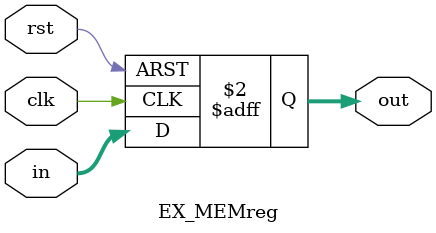
<source format=v>

module EX_MEMreg (rst, clk, in, out);
	
	input rst, clk;
	input [105:0] in;

	output reg [105:0] out;

	always @(posedge clk, posedge rst)
	begin
		if(rst)
			out <= 106'd0;
		else 
			out <= in;

	end
endmodule
	
</source>
